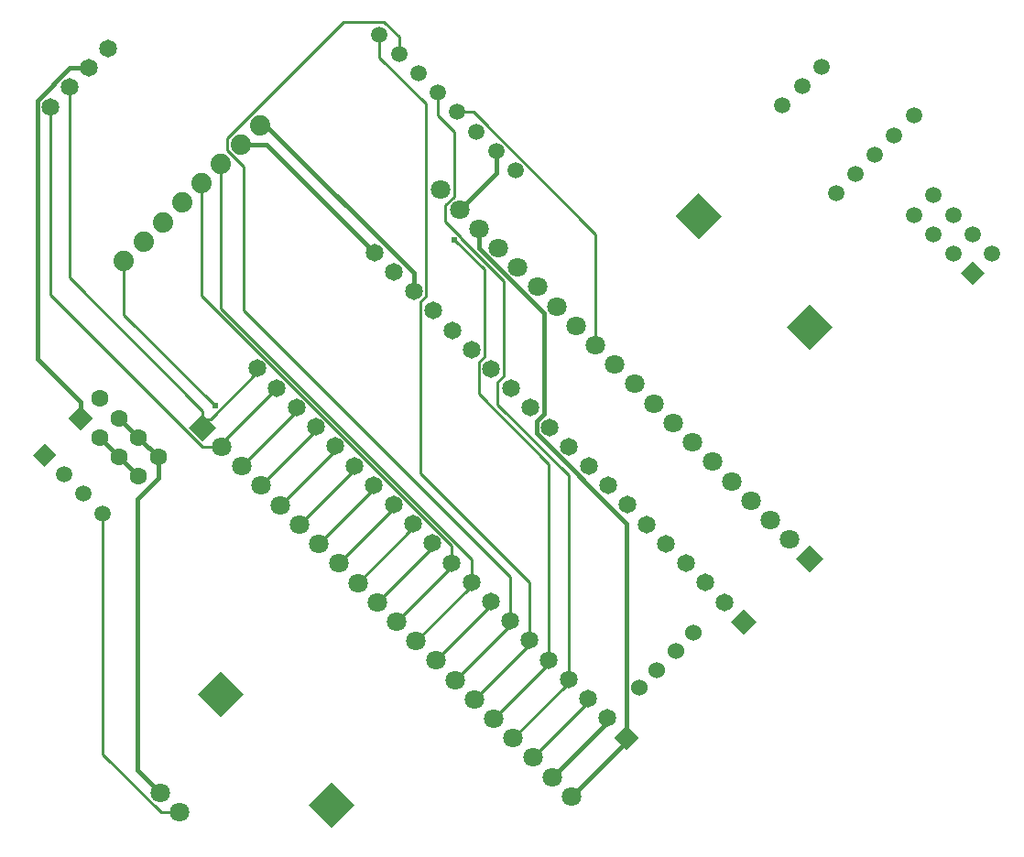
<source format=gbl>
G04 Layer: BottomLayer*
G04 EasyEDA v6.5.9, 2022-07-20 21:00:06*
G04 675a4c6cb2ae45bbbec233c6ba45e6eb,48182110fa554b5a8835cd683ef60cbf,10*
G04 Gerber Generator version 0.2*
G04 Scale: 100 percent, Rotated: No, Reflected: No *
G04 Dimensions in millimeters *
G04 leading zeros omitted , absolute positions ,4 integer and 5 decimal *
%FSLAX45Y45*%
%MOMM*%

%ADD10C,0.2540*%
%ADD11C,0.4000*%
%ADD12C,1.5200*%
%ADD13C,1.8001*%
%ADD14C,1.5200*%
%ADD15C,1.6500*%
%ADD16C,1.8796*%
%ADD17C,1.6510*%
%ADD18C,1.5240*%
%ADD19C,1.6000*%
%ADD20C,1.8000*%
%ADD21C,0.6100*%
%ADD22C,0.0165*%

%LPD*%
D10*
X442668Y-1522194D02*
G01*
X442668Y285625D01*
X-206377Y934671D01*
X-206377Y1230454D01*
X-154129Y1282702D01*
X-154129Y2086231D01*
X-431675Y2363777D01*
X-66271Y-2067328D02*
G01*
X442668Y-1558389D01*
X442668Y-1522194D01*
X-2645666Y828423D02*
G01*
X-3486127Y1668884D01*
X-3486127Y2165377D01*
X-605081Y-1528518D02*
G01*
X-96141Y-1019578D01*
X-96141Y-983383D01*
X-455348Y-624177D02*
G01*
X-455348Y-467687D01*
X-2767688Y1844652D01*
X-2767688Y2883791D01*
X-964288Y-1169311D02*
G01*
X-455348Y-660372D01*
X-455348Y-624177D01*
X-275744Y-803780D02*
G01*
X-275744Y-589607D01*
X-2588084Y1722732D01*
X-2588084Y3063420D01*
X-784684Y-1348915D02*
G01*
X-275744Y-839975D01*
X-275744Y-803780D01*
D11*
X-1167437Y2245057D02*
G01*
X-2165403Y3243023D01*
X-2408481Y3243023D01*
X-3171395Y353799D02*
G01*
X-3350999Y533402D01*
X-3350999Y533402D02*
G01*
X-3530602Y713005D01*
X-3150491Y-2755008D02*
G01*
X-3365807Y-2539692D01*
X-3365807Y-36624D01*
X-3171395Y157787D01*
X-3171395Y353799D01*
X472539Y-2606139D02*
G01*
X981478Y-2097199D01*
X981478Y-2061029D01*
X-383644Y2644244D02*
G01*
X-46281Y2981606D01*
X-46281Y3183181D01*
D10*
X-405488Y3542388D02*
G01*
X-256059Y3542388D01*
X873605Y2412723D01*
X873605Y1387020D01*
X-3680284Y-167815D02*
G01*
X-3680284Y-2395877D01*
X-3141550Y-2934611D01*
X-2970888Y-2934611D01*
X292935Y-2426535D02*
G01*
X801875Y-1917595D01*
X801875Y-1881426D01*
X622272Y-1701822D02*
G01*
X622272Y187378D01*
X-30939Y840590D01*
X-30939Y1046685D01*
X25473Y1103099D01*
X25473Y1983590D01*
X-373103Y2382166D01*
X-373103Y2388034D01*
X-515292Y2530223D01*
X-515292Y2683207D01*
X-436247Y2762252D01*
X-436247Y3361133D01*
X-585091Y3509977D01*
X-585091Y3721991D01*
X113332Y-2246932D02*
G01*
X622272Y-1737992D01*
X622272Y-1701822D01*
X263065Y-1342590D02*
G01*
X263065Y-806904D01*
X-744806Y200967D01*
X-744806Y1792810D01*
X-697613Y1840003D01*
X-697613Y3622499D01*
X-1123927Y4048813D01*
X-1123927Y4260827D01*
X-245874Y-1887725D02*
G01*
X263065Y-1378785D01*
X263065Y-1342590D01*
X83461Y-1162987D02*
G01*
X83461Y-755418D01*
X-2382166Y1710209D01*
X-2382166Y3037131D01*
X-2531976Y3186940D01*
X-2531976Y3299691D01*
X-1454279Y4377387D01*
X-1081509Y4377387D01*
X-944323Y4240202D01*
X-944323Y4081223D01*
X-425477Y-1708122D02*
G01*
X83461Y-1199182D01*
X83461Y-1162987D01*
X-1143891Y-989708D02*
G01*
X-634951Y-480768D01*
X-634951Y-444573D01*
X-1323494Y-810079D02*
G01*
X-814555Y-301139D01*
X-814555Y-264970D01*
X-1503123Y-630476D02*
G01*
X-994158Y-121511D01*
X-994158Y-85366D01*
X-1682727Y-450872D02*
G01*
X-1173761Y58092D01*
X-1173761Y94236D01*
X-1862330Y-271269D02*
G01*
X-1353365Y237695D01*
X-1353365Y273839D01*
X-2041933Y-91666D02*
G01*
X-1532994Y417273D01*
X-1532994Y453443D01*
X-2221537Y87937D02*
G01*
X-1712597Y596877D01*
X-1712597Y633046D01*
X-2401140Y267540D02*
G01*
X-1892200Y776480D01*
X-1892200Y812650D01*
X-2580744Y447144D02*
G01*
X-2580744Y483313D01*
X-2071804Y992253D01*
X-4168396Y3591486D02*
G01*
X-4168396Y1851383D01*
X-2764157Y447144D01*
X-2580744Y447144D01*
X-2760347Y704344D02*
G01*
X-2686890Y704344D01*
X-2251407Y1139827D01*
X-2251407Y1171882D01*
X-2760347Y704344D02*
G01*
X-2760347Y781941D01*
X-2760347Y626747D02*
G01*
X-2760347Y704344D01*
X-3988793Y3771089D02*
G01*
X-3988793Y2010387D01*
X-2760347Y781941D01*
D11*
X-808230Y1885850D02*
G01*
X-808230Y2056310D01*
X-2174547Y3422627D01*
X-2228877Y3422627D01*
X1161082Y-2240633D02*
G01*
X1161082Y-259839D01*
X328292Y572950D01*
X328292Y687504D01*
X395958Y755169D01*
X395958Y1682727D01*
X-204040Y2282725D01*
X-204040Y2464640D01*
X652142Y-2785742D02*
G01*
X1161082Y-2276802D01*
X1161082Y-2240633D01*
X-3889809Y713005D02*
G01*
X-3889809Y861341D01*
X-3889809Y861341D02*
G01*
X-4288259Y1259791D01*
X-4288259Y3649855D01*
X-3987421Y3950693D01*
X-3809189Y3950693D01*
X-3350999Y174195D02*
G01*
X-3530602Y353799D01*
X-3530602Y353799D02*
G01*
X-3710205Y533402D01*
G36*
X4465383Y2053790D02*
G01*
X4357905Y2161268D01*
X4250425Y2053790D01*
X4357905Y1946310D01*
G37*
D12*
G01*
X4537506Y2233396D03*
G01*
X4178300Y2233396D03*
G01*
X4357903Y2413000D03*
G01*
X3998696Y2413000D03*
G01*
X4178300Y2592603D03*
G01*
X3998696Y2772206D03*
G01*
X3819093Y2592603D03*
D13*
G01*
X-2970885Y-2934614D03*
G01*
X-3150488Y-2755011D03*
D12*
G01*
X3813606Y3508806D03*
G01*
X3634003Y3329203D03*
G01*
X3454400Y3149600D03*
G01*
X3274796Y2969996D03*
G01*
X3095193Y2790393D03*
D14*
G01*
X2601696Y3604996D03*
G01*
X2960903Y3964203D03*
G01*
X2781300Y3784600D03*
D15*
G01*
X-4168394Y3591483D03*
G01*
X-3988790Y3771087D03*
G01*
X-3809187Y3950690D03*
G01*
X-3629405Y4130116D03*
G36*
X1824052Y2794777D02*
G01*
X1611922Y2582646D01*
X1824052Y2370515D01*
X2036183Y2582646D01*
G37*
G36*
X2849346Y1769483D02*
G01*
X2637215Y1557352D01*
X2849346Y1345222D01*
X3061477Y1557352D01*
G37*
G36*
X-1570070Y-2649933D02*
G01*
X-1782203Y-2862064D01*
X-1570070Y-3074195D01*
X-1357939Y-2862064D01*
G37*
G36*
X-2595364Y-1624639D02*
G01*
X-2807495Y-1836770D01*
X-2595364Y-2048903D01*
X-2383233Y-1836770D01*
G37*
D16*
G01*
X-3486124Y2165375D03*
G01*
X-3306521Y2344978D03*
G01*
X-3126917Y2524582D03*
G01*
X-2947288Y2704185D03*
G01*
X-2767685Y2883788D03*
G01*
X-2588082Y3063417D03*
G01*
X-2408478Y3243021D03*
G01*
X-2228875Y3422624D03*
G36*
X2361801Y-1167439D02*
G01*
X2245057Y-1284183D01*
X2128314Y-1167439D01*
X2245057Y-1050696D01*
G37*
D17*
G01*
X2065451Y-987831D03*
G01*
X1885848Y-808228D03*
G01*
X1706245Y-628624D03*
G01*
X1526641Y-449021D03*
G01*
X1347038Y-269417D03*
G01*
X1167434Y-89814D03*
G01*
X987831Y89788D03*
G01*
X808228Y269417D03*
G01*
X628624Y449021D03*
G01*
X449021Y628624D03*
G01*
X269417Y808228D03*
G01*
X89814Y987831D03*
G01*
X-89788Y1167434D03*
G01*
X-269417Y1347038D03*
G01*
X-449021Y1526641D03*
G01*
X-628624Y1706245D03*
G01*
X-808228Y1885848D03*
G01*
X-987831Y2065451D03*
G01*
X-1167434Y2245055D03*
G36*
X1277848Y-2240622D02*
G01*
X1161105Y-2357366D01*
X1044361Y-2240622D01*
X1161105Y-2123879D01*
G37*
G01*
X981481Y-2061032D03*
G01*
X801878Y-1881428D03*
G01*
X622274Y-1701825D03*
G01*
X442671Y-1522196D03*
G01*
X263067Y-1342593D03*
G01*
X83464Y-1162989D03*
G01*
X-96138Y-983386D03*
G01*
X-275742Y-803782D03*
G01*
X-455345Y-624179D03*
G01*
X-634949Y-444576D03*
G01*
X-814552Y-264972D03*
G01*
X-994155Y-85369D03*
G01*
X-1173759Y94234D03*
G01*
X-1353388Y273837D03*
G01*
X-1532991Y453440D03*
G01*
X-1712595Y633044D03*
G01*
X-1892198Y812647D03*
G01*
X-2071801Y992251D03*
G01*
X-2251405Y1171879D03*
D18*
G01*
X1778101Y-1275206D03*
G01*
X1616455Y-1436852D03*
G01*
X1436852Y-1616455D03*
G01*
X1275206Y-1778101D03*
G36*
X-3889809Y826142D02*
G01*
X-3776672Y713005D01*
X-3889809Y599869D01*
X-4002946Y713005D01*
G37*
D19*
G01*
X-3710203Y892606D03*
G01*
X-3710203Y533400D03*
G01*
X-3530600Y713003D03*
G01*
X-3530600Y353796D03*
G01*
X-3350996Y533400D03*
G01*
X-3350996Y174193D03*
G01*
X-3171393Y353796D03*
G36*
X-4219107Y478487D02*
G01*
X-4111627Y371007D01*
X-4219107Y263527D01*
X-4326587Y371007D01*
G37*
D12*
G01*
X-4039488Y191388D03*
G01*
X-3859885Y11785D03*
G01*
X-3680282Y-167817D03*
D14*
G01*
X-1123924Y4260824D03*
G01*
X-944321Y4081221D03*
G01*
X-764717Y3901617D03*
G01*
X-585088Y3721988D03*
G01*
X-405485Y3542385D03*
G01*
X-225882Y3362782D03*
G01*
X-46278Y3183178D03*
G01*
X133324Y3003575D03*
D20*
G01*
X652145Y-2785745D03*
G01*
X472541Y-2606141D03*
G01*
X292938Y-2426538D03*
G01*
X113334Y-2246934D03*
G01*
X-66268Y-2067331D03*
G01*
X-245871Y-1887728D03*
G01*
X-425475Y-1708124D03*
G01*
X-605078Y-1528521D03*
G01*
X-784682Y-1348917D03*
G01*
X-964285Y-1169314D03*
G01*
X-1143888Y-989711D03*
G01*
X-1323517Y-810082D03*
G01*
X-1503121Y-630478D03*
G01*
X-1682724Y-450875D03*
G01*
X-1862328Y-271271D03*
G01*
X-2041931Y-91668D03*
G01*
X-2221534Y87934D03*
G01*
X-2401138Y267538D03*
G01*
X-2580741Y447141D03*
G36*
X-2760347Y754026D02*
G01*
X-2633070Y626747D01*
X-2760347Y499470D01*
X-2887626Y626747D01*
G37*
G01*
X-563245Y2823845D03*
G01*
X-383641Y2644241D03*
G01*
X-204038Y2464638D03*
G01*
X-24434Y2285034D03*
G01*
X155168Y2105431D03*
G01*
X334771Y1925828D03*
G01*
X514375Y1746224D03*
G01*
X693978Y1566621D03*
G01*
X873582Y1387017D03*
G01*
X1053211Y1207388D03*
G01*
X1232814Y1027785D03*
G01*
X1412417Y848182D03*
G01*
X1592021Y668578D03*
G01*
X1771624Y488975D03*
G01*
X1951227Y309371D03*
G01*
X2130831Y129768D03*
G01*
X2310434Y-49834D03*
G01*
X2490038Y-229438D03*
G01*
X2669641Y-409041D03*
G36*
X2849247Y-715926D02*
G01*
X2721970Y-588647D01*
X2849247Y-461370D01*
X2976526Y-588647D01*
G37*
D21*
G01*
X-431672Y2363774D03*
G01*
X-2645663Y828420D03*
M02*

</source>
